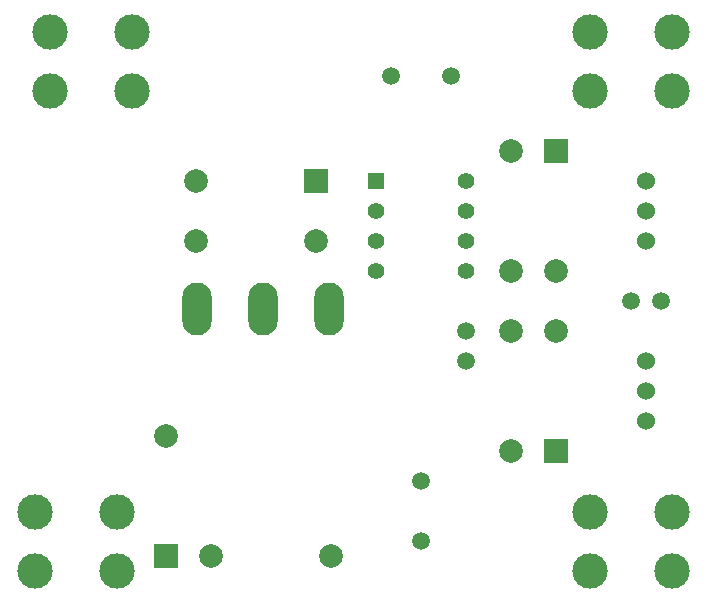
<source format=gbr>
G04 #@! TF.FileFunction,Soldermask,Bot*
%FSLAX46Y46*%
G04 Gerber Fmt 4.6, Leading zero omitted, Abs format (unit mm)*
G04 Created by KiCad (PCBNEW 0.201502181246+5430~21~ubuntu14.04.1-product) date Sat 28 Feb 2015 09:09:28 PM PST*
%MOMM*%
G01*
G04 APERTURE LIST*
%ADD10C,0.100000*%
%ADD11C,1.501140*%
%ADD12C,1.998980*%
%ADD13R,1.998980X1.998980*%
%ADD14R,1.397000X1.397000*%
%ADD15C,1.397000*%
%ADD16C,3.000000*%
%ADD17C,1.524000*%
%ADD18O,2.499360X4.500880*%
G04 APERTURE END LIST*
D10*
D11*
X113030000Y-59690000D03*
X118110000Y-59690000D03*
X133350000Y-78740000D03*
X135890000Y-78740000D03*
X115570000Y-99060000D03*
X115570000Y-93980000D03*
X119380000Y-81280000D03*
X119380000Y-83820000D03*
D12*
X127000000Y-76200000D03*
D13*
X127000000Y-66040000D03*
D12*
X127000000Y-81280000D03*
D13*
X127000000Y-91440000D03*
D12*
X96520000Y-68580000D03*
D13*
X106680000Y-68580000D03*
D12*
X93980000Y-90170000D03*
D13*
X93980000Y-100330000D03*
D12*
X123190000Y-66040000D03*
X123190000Y-76200000D03*
X123190000Y-81280000D03*
X123190000Y-91440000D03*
X96520000Y-73660000D03*
X106680000Y-73660000D03*
D14*
X111760000Y-68580000D03*
D15*
X111760000Y-71120000D03*
X111760000Y-73660000D03*
X111760000Y-76200000D03*
X119380000Y-76200000D03*
X119380000Y-73660000D03*
X119380000Y-71120000D03*
X119380000Y-68580000D03*
D12*
X97790000Y-100330000D03*
X107950000Y-100330000D03*
D16*
X136855000Y-96560000D03*
X136855000Y-101560000D03*
X129845000Y-101560000D03*
X129845000Y-96560000D03*
X136855000Y-55920000D03*
X136855000Y-60920000D03*
X129845000Y-60920000D03*
X129845000Y-55920000D03*
X89865000Y-96560000D03*
X89865000Y-101560000D03*
X82855000Y-101560000D03*
X82855000Y-96560000D03*
X91135000Y-55920000D03*
X91135000Y-60920000D03*
X84125000Y-60920000D03*
X84125000Y-55920000D03*
D17*
X134620000Y-73660000D03*
X134620000Y-71120000D03*
X134620000Y-68580000D03*
X134620000Y-88900000D03*
X134620000Y-86360000D03*
X134620000Y-83820000D03*
D18*
X102235000Y-79375000D03*
X96647000Y-79375000D03*
X107823000Y-79375000D03*
M02*

</source>
